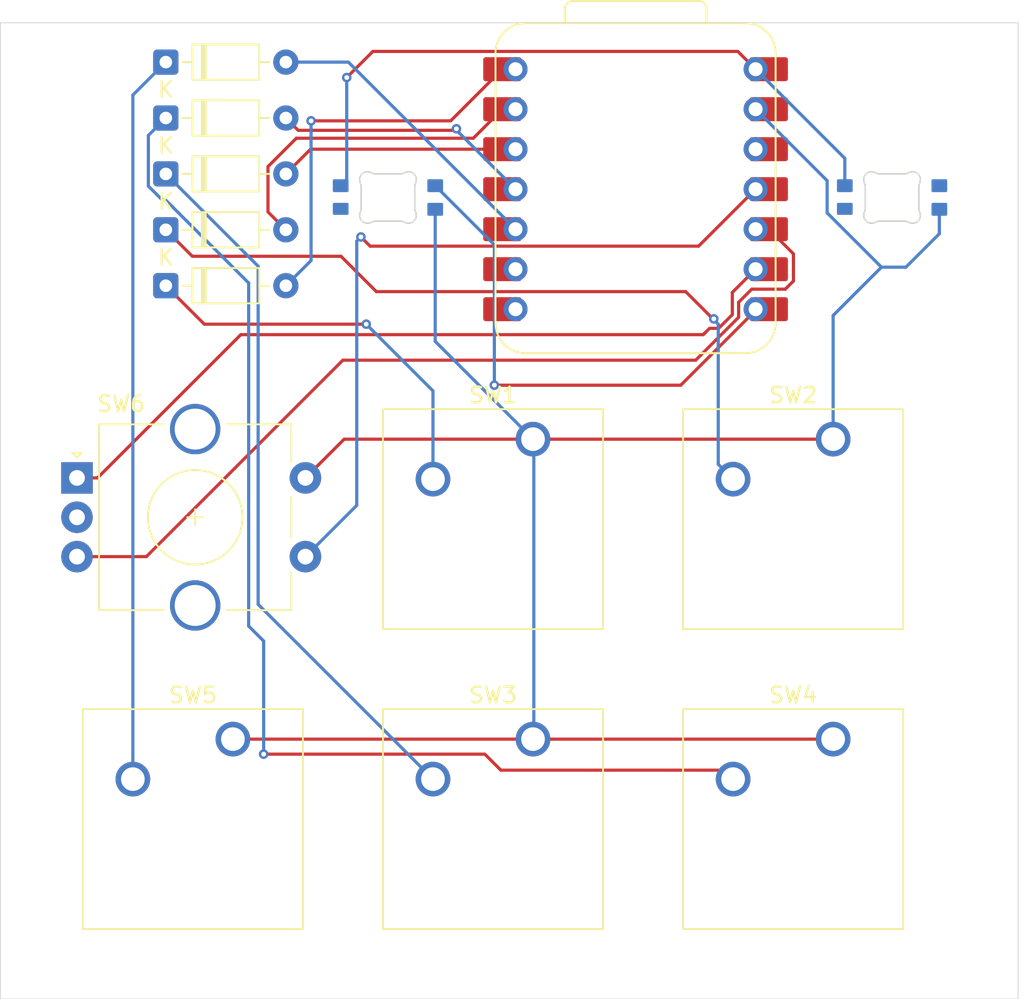
<source format=kicad_pcb>
(kicad_pcb (version 20241229) (generator "pcbnew") (generator_version "9.0")
  (layers (0 "F.Cu" signal) (2 "B.Cu" signal) (13 "F.Paste" user) (15 "B.Paste" user) (5 "F.SilkS" user "F.Silkscreen") (7 "B.SilkS" user "B.Silkscreen") (1 "F.Mask" user) (3 "B.Mask" user) (25 "Edge.Cuts" user))
  (net 0 "")
  (net 1 "unconnected-(U1-GPIO0{slash}TX-Pad7)")
  (net 2 "Net-(D3-K)")
  (net 3 "Net-(D3-A)")
  (net 4 "unconnected-(U1-3V3-Pad12)")
  (net 5 "Net-(D4-K)")
  (net 6 "unconnected-(U1-GPIO7{slash}SCL-Pad6)")
  (net 7 "Net-(D4-A)")
  (net 8 "GND")
  (net 9 "+5V")
  (net 10 "Net-(D1-DIN)")
  (net 11 "Net-(D5-K)")
  (net 12 "Net-(D5-A)")
  (net 13 "Net-(D6-K)")
  (net 14 "Net-(D6-A)")
  (net 15 "Net-(D7-A)")
  (net 16 "Net-(D7-K)")
  (net 17 "Net-(U1-GPIO4{slash}MISO)")
  (net 18 "Net-(U1-GPIO3{slash}MOSI)")
  (net 20 "Net-(U1-GPIO2{slash}SCK)")
  (net 21 "Net-(D1-DOUT)")
  (footprint "Diode_THT:D_DO-35_SOD27_P7.62mm_Horizontal" (layer "F.Cu") (at 72.1 63.8)
    (property "Reference" "D5" (hide yes))
    (property "Value" "1N4148")
    (fp_line (start 1.04 0) (end 1.69 0) (stroke (width 0.12)) (layer "F.SilkS"))
    (fp_line (start 2.29 -1.12) (end 2.29 1.12) (stroke (width 0.12)) (layer "F.SilkS"))
    (fp_line (start 2.41 -1.12) (end 2.41 1.12) (stroke (width 0.12)) (layer "F.SilkS"))
    (fp_line (start 2.53 -1.12) (end 2.53 1.12) (stroke (width 0.12)) (layer "F.SilkS"))
    (fp_line (start 6.58 0) (end 5.93 0) (stroke (width 0.12)) (layer "F.SilkS"))
    (fp_rect (start 1.69 -1.12) (end 5.93 1.12) (stroke (width 0.12)) (fill no) (layer "F.SilkS"))
    (fp_text user "K" (at 0 -1.8 0) (layer "F.SilkS"))
    (pad "1" thru_hole roundrect (at 0 0) (size 1.6 1.6) (drill 0.8) (layers "*.Cu" "*.Mask") (roundrect_rratio 0.15625) (net 11 "Net-(D5-K)"))
    (pad "2" thru_hole circle (at 7.62 0) (size 1.6 1.6) (drill 0.8) (layers "*.Cu" "*.Mask") (net 12 "Net-(D5-A)"))
  )
  (footprint "MountingHole:MountingHole_2.7mm_M2.5" (layer "F.Cu") (at 123.4 57.4)
    (property "Reference" "H2" (hide yes))
    (property "Value" "MountingHole_2.7mm_M2.5" (hide yes))
    (pad "" np_thru_hole circle (at 0 0) (size 2.7 2.7) (drill 2.7) (layers "*.Cu" "*.Mask"))
  )
  (footprint "Rotary_Encoder:RotaryEncoder_Alps_EC11E-Switch_Vertical_H20mm_CircularMountingHoles" (layer "F.Cu") (at 66.4625 83.1062)
    (property "Reference" "SW6" (at 2.8 -4.7 0) (layer "F.SilkS"))
    (property "Value" "EC11")
    (fp_line (start -0.3 -1.6) (end 0.3 -1.6) (stroke (width 0.12)) (layer "F.SilkS"))
    (fp_line (start 0 -1.3) (end -0.3 -1.6) (stroke (width 0.12)) (layer "F.SilkS"))
    (fp_line (start 0.3 -1.6) (end 0 -1.3) (stroke (width 0.12)) (layer "F.SilkS"))
    (fp_line (start 1.4 -3.4) (end 1.4 8.4) (stroke (width 0.12)) (layer "F.SilkS"))
    (fp_line (start 5.5 -3.4) (end 1.4 -3.4) (stroke (width 0.12)) (layer "F.SilkS"))
    (fp_line (start 5.5 8.4) (end 1.4 8.4) (stroke (width 0.12)) (layer "F.SilkS"))
    (fp_line (start 7 2.5) (end 8 2.5) (stroke (width 0.12)) (layer "F.SilkS"))
    (fp_line (start 7.5 2) (end 7.5 3) (stroke (width 0.12)) (layer "F.SilkS"))
    (fp_line (start 9.5 -3.4) (end 13.6 -3.4) (stroke (width 0.12)) (layer "F.SilkS"))
    (fp_line (start 13.6 -3.4) (end 13.6 -1) (stroke (width 0.12)) (layer "F.SilkS"))
    (fp_line (start 13.6 1.2) (end 13.6 3.8) (stroke (width 0.12)) (layer "F.SilkS"))
    (fp_line (start 13.6 6) (end 13.6 8.4) (stroke (width 0.12)) (layer "F.SilkS"))
    (fp_line (start 13.6 8.4) (end 9.5 8.4) (stroke (width 0.12)) (layer "F.SilkS"))
    (fp_circle (center 7.5 2.5) (end 10.5 2.5) (stroke (width 0.12)) (fill no) (layer "F.SilkS"))
    (pad "A" thru_hole rect (at 0 0) (size 2 2) (drill 1) (layers "*.Cu" "*.Mask") (net 20 "Net-(U1-GPIO2{slash}SCK)"))
    (pad "B" thru_hole circle (at 0 5) (size 2 2) (drill 1) (layers "*.Cu" "*.Mask") (net 17 "Net-(U1-GPIO4{slash}MISO)"))
    (pad "C" thru_hole circle (at 0 2.5) (size 2 2) (drill 1) (layers "*.Cu" "*.Mask"))
    (pad "MP" thru_hole circle (at 7.5 -3.1) (size 3.2 3.2) (drill 2.6) (layers "*.Cu" "*.Mask"))
    (pad "MP" thru_hole circle (at 7.5 8.1) (size 3.2 3.2) (drill 2.6) (layers "*.Cu" "*.Mask"))
    (pad "S1" thru_hole circle (at 14.5 5) (size 2 2) (drill 1) (layers "*.Cu" "*.Mask") (net 18 "Net-(U1-GPIO3{slash}MOSI)"))
    (pad "S2" thru_hole circle (at 14.5 0) (size 2 2) (drill 1) (layers "*.Cu" "*.Mask") (net 8 "GND"))
  )
  (footprint "Button_Switch_Keyboard:SW_Cherry_MX_1.00u_PCB" (layer "F.Cu") (at 114.4588 99.695)
    (property "Reference" "SW4" (at -2.54 -2.794 0) (layer "F.SilkS"))
    (property "Value" "SW_Push")
    (fp_line (start -9.525 -1.905) (end 4.445 -1.905) (stroke (width 0.12)) (layer "F.SilkS"))
    (fp_line (start -9.525 12.065) (end -9.525 -1.905) (stroke (width 0.12)) (layer "F.SilkS"))
    (fp_line (start 4.445 -1.905) (end 4.445 12.065) (stroke (width 0.12)) (layer "F.SilkS"))
    (fp_line (start 4.445 12.065) (end -9.525 12.065) (stroke (width 0.12)) (layer "F.SilkS"))
    (pad "" np_thru_hole circle (at -7.62 5.08) (size 1.7 1.7) (drill 1.7) (layers "*.Cu" "*.Mask"))
    (pad "" np_thru_hole circle (at -2.54 5.08) (size 4 4) (drill 4) (layers "*.Cu" "*.Mask"))
    (pad "" np_thru_hole circle (at 2.54 5.08) (size 1.7 1.7) (drill 1.7) (layers "*.Cu" "*.Mask"))
    (pad "1" thru_hole circle (at 0 0) (size 2.2 2.2) (drill 1.5) (layers "*.Cu" "*.Mask") (net 8 "GND"))
    (pad "2" thru_hole circle (at -6.35 2.54) (size 2.2 2.2) (drill 1.5) (layers "*.Cu" "*.Mask") (net 5 "Net-(D4-K)"))
  )
  (footprint "LED_SMD:SK6812MINI-E_fixed" (layer "F.Cu") (at 118.2 65.4)
    (property "Reference" "D2" (hide yes))
    (property "Value" "SK6812MINI-E" (hide yes))
    (fp_line (start -1.699998 0.6) (end -1.699998 -0.805684) (stroke (width 0.1)) (layer "Edge.Cuts"))
    (fp_line (start -0.794451 -1.602841) (end 0.794454 -1.602841) (stroke (width 0.1)) (layer "Edge.Cuts"))
    (fp_line (start 0.794453 1.397158) (end -0.794451 1.397158) (stroke (width 0.1)) (layer "Edge.Cuts"))
    (fp_line (start 1.7 -0.805684) (end 1.7 0.6) (stroke (width 0.1)) (layer "Edge.Cuts"))
    (fp_arc (start -1.749483 -1.022562) (mid -1.712526 -0.91691) (end -1.699998 -0.805684) (stroke (width 0.1)) (layer "Edge.Cuts"))
    (fp_arc (start -1.749483 -1.022562) (mid -1.63807 -1.606877) (end -1.04671 -1.671141) (stroke (width 0.1)) (layer "Edge.Cuts"))
    (fp_arc (start -1.699998 0.600001) (mid -1.712526 0.711226) (end -1.749483 0.816878) (stroke (width 0.1)) (layer "Edge.Cuts"))
    (fp_arc (start -1.04671 1.465455) (mid -1.638069 1.401192) (end -1.749483 0.816878) (stroke (width 0.1)) (layer "Edge.Cuts"))
    (fp_arc (start -1.046709 1.465457) (mid -0.925121 1.414535) (end -0.794451 1.397158) (stroke (width 0.1)) (layer "Edge.Cuts"))
    (fp_arc (start -0.794452 -1.602842) (mid -0.925122 -1.620219) (end -1.04671 -1.671141) (stroke (width 0.1)) (layer "Edge.Cuts"))
    (fp_arc (start 0.794453 1.397158) (mid 0.925124 1.414535) (end 1.046712 1.465457) (stroke (width 0.1)) (layer "Edge.Cuts"))
    (fp_arc (start 1.046712 -1.67114) (mid 0.925124 -1.620218) (end 0.794454 -1.602841) (stroke (width 0.1)) (layer "Edge.Cuts"))
    (fp_arc (start 1.046712 -1.67114) (mid 1.638072 -1.606876) (end 1.749485 -1.022562) (stroke (width 0.1)) (layer "Edge.Cuts"))
    (fp_arc (start 1.7 -0.805685) (mid 1.712528 -0.91691) (end 1.749485 -1.022562) (stroke (width 0.1)) (layer "Edge.Cuts"))
    (fp_arc (start 1.749485 0.816877) (mid 1.638073 1.401193) (end 1.046712 1.465457) (stroke (width 0.1)) (layer "Edge.Cuts"))
    (fp_arc (start 1.749485 0.816878) (mid 1.712528 0.711226) (end 1.7 0.6) (stroke (width 0.1)) (layer "Edge.Cuts"))
    (pad "1" smd roundrect (at -3 -0.852842 270) (size 0.82 1) (layers "B.Cu" "B.Mask" "B.Paste") (roundrect_rratio 0.1) (net 9 "+5V"))
    (pad "2" smd roundrect (at -3 0.618579 270) (size 0.762842 1) (layers "B.Cu" "B.Mask" "B.Paste") (roundrect_rratio 0.1))
    (pad "3" smd roundrect (at 3 0.647158 270) (size 0.82 1) (layers "B.Cu" "B.Mask" "B.Paste") (roundrect_rratio 0.1) (net 8 "GND"))
    (pad "4" smd roundrect (at 3 -0.852842 270) (size 0.82 1) (layers "B.Cu" "B.Mask" "B.Paste") (roundrect_rratio 0.1) (net 21 "Net-(D1-DOUT)"))
  )
  (footprint "Button_Switch_Keyboard:SW_Cherry_MX_1.00u_PCB" (layer "F.Cu") (at 76.3588 99.695)
    (property "Reference" "SW5" (at -2.54 -2.794 0) (layer "F.SilkS"))
    (property "Value" "SW_Push")
    (fp_line (start -9.525 -1.905) (end 4.445 -1.905) (stroke (width 0.12)) (layer "F.SilkS"))
    (fp_line (start -9.525 12.065) (end -9.525 -1.905) (stroke (width 0.12)) (layer "F.SilkS"))
    (fp_line (start 4.445 -1.905) (end 4.445 12.065) (stroke (width 0.12)) (layer "F.SilkS"))
    (fp_line (start 4.445 12.065) (end -9.525 12.065) (stroke (width 0.12)) (layer "F.SilkS"))
    (pad "" np_thru_hole circle (at -7.62 5.08) (size 1.7 1.7) (drill 1.7) (layers "*.Cu" "*.Mask"))
    (pad "" np_thru_hole circle (at -2.54 5.08) (size 4 4) (drill 4) (layers "*.Cu" "*.Mask"))
    (pad "" np_thru_hole circle (at 2.54 5.08) (size 1.7 1.7) (drill 1.7) (layers "*.Cu" "*.Mask"))
    (pad "1" thru_hole circle (at 0 0) (size 2.2 2.2) (drill 1.5) (layers "*.Cu" "*.Mask") (net 8 "GND"))
    (pad "2" thru_hole circle (at -6.35 2.54) (size 2.2 2.2) (drill 1.5) (layers "*.Cu" "*.Mask") (net 2 "Net-(D3-K)"))
  )
  (footprint "LED_SMD:SK6812MINI-E_fixed" (layer "F.Cu") (at 86.2 65.4)
    (property "Reference" "D1" (hide yes))
    (property "Value" "SK6812MINI-E" (hide yes))
    (fp_line (start -1.699998 0.6) (end -1.699998 -0.805684) (stroke (width 0.1)) (layer "Edge.Cuts"))
    (fp_line (start -0.794451 -1.602841) (end 0.794454 -1.602841) (stroke (width 0.1)) (layer "Edge.Cuts"))
    (fp_line (start 0.794453 1.397158) (end -0.794451 1.397158) (stroke (width 0.1)) (layer "Edge.Cuts"))
    (fp_line (start 1.7 -0.805684) (end 1.7 0.6) (stroke (width 0.1)) (layer "Edge.Cuts"))
    (fp_arc (start -1.749483 -1.022562) (mid -1.712526 -0.91691) (end -1.699998 -0.805684) (stroke (width 0.1)) (layer "Edge.Cuts"))
    (fp_arc (start -1.749483 -1.022562) (mid -1.63807 -1.606877) (end -1.04671 -1.671141) (stroke (width 0.1)) (layer "Edge.Cuts"))
    (fp_arc (start -1.699998 0.600001) (mid -1.712526 0.711226) (end -1.749483 0.816878) (stroke (width 0.1)) (layer "Edge.Cuts"))
    (fp_arc (start -1.04671 1.465455) (mid -1.638069 1.401192) (end -1.749483 0.816878) (stroke (width 0.1)) (layer "Edge.Cuts"))
    (fp_arc (start -1.046709 1.465457) (mid -0.925121 1.414535) (end -0.794451 1.397158) (stroke (width 0.1)) (layer "Edge.Cuts"))
    (fp_arc (start -0.794452 -1.602842) (mid -0.925122 -1.620219) (end -1.04671 -1.671141) (stroke (width 0.1)) (layer "Edge.Cuts"))
    (fp_arc (start 0.794453 1.397158) (mid 0.925124 1.414535) (end 1.046712 1.465457) (stroke (width 0.1)) (layer "Edge.Cuts"))
    (fp_arc (start 1.046712 -1.67114) (mid 0.925124 -1.620218) (end 0.794454 -1.602841) (stroke (width 0.1)) (layer "Edge.Cuts"))
    (fp_arc (start 1.046712 -1.67114) (mid 1.638072 -1.606876) (end 1.749485 -1.022562) (stroke (width 0.1)) (layer "Edge.Cuts"))
    (fp_arc (start 1.7 -0.805685) (mid 1.712528 -0.91691) (end 1.749485 -1.022562) (stroke (width 0.1)) (layer "Edge.Cuts"))
    (fp_arc (start 1.749485 0.816877) (mid 1.638073 1.401193) (end 1.046712 1.465457) (stroke (width 0.1)) (layer "Edge.Cuts"))
    (fp_arc (start 1.749485 0.816878) (mid 1.712528 0.711226) (end 1.7 0.6) (stroke (width 0.1)) (layer "Edge.Cuts"))
    (pad "1" smd roundrect (at -3 -0.852842 270) (size 0.82 1) (layers "B.Cu" "B.Mask" "B.Paste") (roundrect_rratio 0.1) (net 9 "+5V"))
    (pad "2" smd roundrect (at -3 0.618579 270) (size 0.762842 1) (layers "B.Cu" "B.Mask" "B.Paste") (roundrect_rratio 0.1))
    (pad "3" smd roundrect (at 3 0.647158 270) (size 0.82 1) (layers "B.Cu" "B.Mask" "B.Paste") (roundrect_rratio 0.1) (net 8 "GND"))
    (pad "4" smd roundrect (at 3 -0.852842 270) (size 0.82 1) (layers "B.Cu" "B.Mask" "B.Paste") (roundrect_rratio 0.1) (net 10 "Net-(D1-DIN)"))
  )
  (footprint "Test:XIAO-RP2040-DIP" (layer "F.Cu") (at 101.9175 64.77)
    (property "Reference" "U1" (hide yes))
    (property "Value" "XIAO-RP2040-DIP" (hide yes))
    (fp_line (start -8.89 8.509) (end -8.89 -8.636) (stroke (width 0.127)) (layer "F.SilkS"))
    (fp_line (start -6.985 10.414) (end 6.985 10.414) (stroke (width 0.127)) (layer "F.SilkS"))
    (fp_line (start -4.495 -10.541) (end -4.491272 -11.451272) (stroke (width 0.127)) (layer "F.SilkS"))
    (fp_line (start -3.991272 -11.951) (end 4.004 -11.951) (stroke (width 0.127)) (layer "F.SilkS"))
    (fp_line (start 4.504 -11.451) (end 4.504 -10.541) (stroke (width 0.127)) (layer "F.SilkS"))
    (fp_line (start 6.985 -10.541) (end -6.985 -10.541) (stroke (width 0.1)) (layer "F.SilkS"))
    (fp_line (start 6.985 -10.541) (end -6.985 -10.541) (stroke (width 0.127)) (layer "F.SilkS"))
    (fp_line (start 8.89 8.509) (end 8.89 -8.636) (stroke (width 0.127)) (layer "F.SilkS"))
    (fp_arc (start -8.89 -8.636) (mid -8.332038 -9.983038) (end -6.985 -10.541) (stroke (width 0.127)) (layer "F.SilkS"))
    (fp_arc (start -6.985 10.414) (mid -8.332038 9.856038) (end -8.89 8.509) (stroke (width 0.127)) (layer "F.SilkS"))
    (fp_arc (start -4.491272 -11.451272) (mid -4.344728 -11.80464) (end -3.991272 -11.951) (stroke (width 0.127)) (layer "F.SilkS"))
    (fp_arc (start 4.004 -11.951) (mid 4.357553 -11.804553) (end 4.504 -11.451) (stroke (width 0.127)) (layer "F.SilkS"))
    (fp_arc (start 6.985 -10.541) (mid 8.332038 -9.983038) (end 8.89 -8.636) (stroke (width 0.127)) (layer "F.SilkS"))
    (fp_arc (start 8.89 8.509) (mid 8.332038 9.856038) (end 6.985 10.414) (stroke (width 0.127)) (layer "F.SilkS"))
    (pad "1" smd roundrect (at -8.455 -7.62 180) (size 2.432 1.524) (layers "F.Cu" "F.Mask") (roundrect_rratio 0.1) (net 15 "Net-(D7-A)"))
    (pad "1" thru_hole circle (at -7.62 -7.62 180) (size 1.524 1.524) (drill 0.889) (layers "*.Cu" "*.Mask") (net 15 "Net-(D7-A)"))
    (pad "2" smd roundrect (at -8.455 -5.08 180) (size 2.432 1.524) (layers "F.Cu" "F.Mask") (roundrect_rratio 0.1) (net 14 "Net-(D6-A)"))
    (pad "2" thru_hole circle (at -7.62 -5.08 180) (size 1.524 1.524) (drill 0.889) (layers "*.Cu" "*.Mask") (net 14 "Net-(D6-A)"))
    (pad "3" smd roundrect (at -8.455 -2.54 180) (size 2.432 1.524) (layers "F.Cu" "F.Mask") (roundrect_rratio 0.1) (net 12 "Net-(D5-A)"))
    (pad "3" thru_hole circle (at -7.62 -2.54 180) (size 1.524 1.524) (drill 0.889) (layers "*.Cu" "*.Mask") (net 12 "Net-(D5-A)"))
    (pad "4" smd roundrect (at -8.455 0 180) (size 2.432 1.524) (layers "F.Cu" "F.Mask") (roundrect_rratio 0.1) (net 7 "Net-(D4-A)"))
    (pad "4" thru_hole circle (at -7.62 0 180) (size 1.524 1.524) (drill 0.889) (layers "*.Cu" "*.Mask") (net 7 "Net-(D4-A)"))
    (pad "5" smd roundrect (at -8.455 2.54 180) (size 2.432 1.524) (layers "F.Cu" "F.Mask") (roundrect_rratio 0.1) (net 3 "Net-(D3-A)"))
    (pad "5" thru_hole circle (at -7.62 2.54 180) (size 1.524 1.524) (drill 0.889) (layers "*.Cu" "*.Mask") (net 3 "Net-(D3-A)"))
    (pad "6" smd roundrect (at -8.455 5.08 180) (size 2.432 1.524) (layers "F.Cu" "F.Mask") (roundrect_rratio 0.1) (net 6 "unconnected-(U1-GPIO7{slash}SCL-Pad6)"))
    (pad "6" thru_hole circle (at -7.62 5.08 180) (size 1.524 1.524) (drill 0.889) (layers "*.Cu" "*.Mask") (net 6 "unconnected-(U1-GPIO7{slash}SCL-Pad6)"))
    (pad "7" smd roundrect (at -8.455 7.62 180) (size 2.432 1.524) (layers "F.Cu" "F.Mask") (roundrect_rratio 0.1) (net 1 "unconnected-(U1-GPIO0{slash}TX-Pad7)"))
    (pad "7" thru_hole circle (at -7.62 7.62 180) (size 1.524 1.524) (drill 0.889) (layers "*.Cu" "*.Mask") (net 1 "unconnected-(U1-GPIO0{slash}TX-Pad7)"))
    (pad "8" thru_hole circle (at 7.62 7.62) (size 1.524 1.524) (drill 0.889) (layers "*.Cu" "*.Mask") (net 10 "Net-(D1-DIN)"))
    (pad "8" smd roundrect (at 8.455 7.62) (size 2.432 1.524) (layers "F.Cu" "F.Mask") (roundrect_rratio 0.1) (net 10 "Net-(D1-DIN)"))
    (pad "9" thru_hole circle (at 7.62 5.08) (size 1.524 1.524) (drill 0.889) (layers "*.Cu" "*.Mask") (net 20 "Net-(U1-GPIO2{slash}SCK)"))
    (pad "9" smd roundrect (at 8.455 5.08) (size 2.432 1.524) (layers "F.Cu" "F.Mask") (roundrect_rratio 0.1) (net 20 "Net-(U1-GPIO2{slash}SCK)"))
    (pad "10" thru_hole circle (at 7.62 2.54) (size 1.524 1.524) (drill 0.889) (layers "*.Cu" "*.Mask") (net 17 "Net-(U1-GPIO4{slash}MISO)"))
    (pad "10" smd roundrect (at 8.455 2.54) (size 2.432 1.524) (layers "F.Cu" "F.Mask") (roundrect_rratio 0.1) (net 17 "Net-(U1-GPIO4{slash}MISO)"))
    (pad "11" thru_hole circle (at 7.62 0) (size 1.524 1.524) (drill 0.889) (layers "*.Cu" "*.Mask") (net 18 "Net-(U1-GPIO3{slash}MOSI)"))
    (pad "11" smd roundrect (at 8.455 0) (size 2.432 1.524) (layers "F.Cu" "F.Mask") (roundrect_rratio 0.1) (net 18 "Net-(U1-GPIO3{slash}MOSI)"))
    (pad "12" thru_hole circle (at 7.62 -2.54) (size 1.524 1.524) (drill 0.889) (layers "*.Cu" "*.Mask") (net 4 "unconnected-(U1-3V3-Pad12)"))
    (pad "12" smd roundrect (at 8.455 -2.54) (size 2.432 1.524) (layers "F.Cu" "F.Mask") (roundrect_rratio 0.1) (net 4 "unconnected-(U1-3V3-Pad12)"))
    (pad "13" thru_hole circle (at 7.62 -5.08) (size 1.524 1.524) (drill 0.889) (layers "*.Cu" "*.Mask") (net 8 "GND"))
    (pad "13" smd roundrect (at 8.455 -5.08) (size 2.432 1.524) (layers "F.Cu" "F.Mask") (roundrect_rratio 0.1) (net 8 "GND"))
    (pad "14" thru_hole circle (at 7.62 -7.62) (size 1.524 1.524) (drill 0.889) (layers "*.Cu" "*.Mask") (net 9 "+5V"))
    (pad "14" smd roundrect (at 8.455 -7.62) (size 2.432 1.524) (layers "F.Cu" "F.Mask") (roundrect_rratio 0.1) (net 9 "+5V"))
  )
  (footprint "Button_Switch_Keyboard:SW_Cherry_MX_1.00u_PCB" (layer "F.Cu") (at 95.4088 80.645)
    (property "Reference" "SW1" (at -2.54 -2.794 0) (layer "F.SilkS"))
    (property "Value" "SW_Push")
    (fp_line (start -9.525 -1.905) (end 4.445 -1.905) (stroke (width 0.12)) (layer "F.SilkS"))
    (fp_line (start -9.525 12.065) (end -9.525 -1.905) (stroke (width 0.12)) (layer "F.SilkS"))
    (fp_line (start 4.445 -1.905) (end 4.445 12.065) (stroke (width 0.12)) (layer "F.SilkS"))
    (fp_line (start 4.445 12.065) (end -9.525 12.065) (stroke (width 0.12)) (layer "F.SilkS"))
    (pad "" np_thru_hole circle (at -7.62 5.08) (size 1.7 1.7) (drill 1.7) (layers "*.Cu" "*.Mask"))
    (pad "" np_thru_hole circle (at -2.54 5.08) (size 4 4) (drill 4) (layers "*.Cu" "*.Mask"))
    (pad "" np_thru_hole circle (at 2.54 5.08) (size 1.7 1.7) (drill 1.7) (layers "*.Cu" "*.Mask"))
    (pad "1" thru_hole circle (at 0 0) (size 2.2 2.2) (drill 1.5) (layers "*.Cu" "*.Mask") (net 8 "GND"))
    (pad "2" thru_hole circle (at -6.35 2.54) (size 2.2 2.2) (drill 1.5) (layers "*.Cu" "*.Mask") (net 16 "Net-(D7-K)"))
  )
  (footprint "Diode_THT:D_DO-35_SOD27_P7.62mm_Horizontal" (layer "F.Cu") (at 72.1 67.35)
    (property "Reference" "D6" (hide yes))
    (property "Value" "1N4148")
    (fp_line (start 1.04 0) (end 1.69 0) (stroke (width 0.12)) (layer "F.SilkS"))
    (fp_line (start 2.29 -1.12) (end 2.29 1.12) (stroke (width 0.12)) (layer "F.SilkS"))
    (fp_line (start 2.41 -1.12) (end 2.41 1.12) (stroke (width 0.12)) (layer "F.SilkS"))
    (fp_line (start 2.53 -1.12) (end 2.53 1.12) (stroke (width 0.12)) (layer "F.SilkS"))
    (fp_line (start 6.58 0) (end 5.93 0) (stroke (width 0.12)) (layer "F.SilkS"))
    (fp_rect (start 1.69 -1.12) (end 5.93 1.12) (stroke (width 0.12)) (fill no) (layer "F.SilkS"))
    (fp_text user "K" (at 0 -1.8 0) (layer "F.SilkS"))
    (pad "1" thru_hole roundrect (at 0 0) (size 1.6 1.6) (drill 0.8) (layers "*.Cu" "*.Mask") (roundrect_rratio 0.15625) (net 13 "Net-(D6-K)"))
    (pad "2" thru_hole circle (at 7.62 0) (size 1.6 1.6) (drill 0.8) (layers "*.Cu" "*.Mask") (net 14 "Net-(D6-A)"))
  )
  (footprint "Diode_THT:D_DO-35_SOD27_P7.62mm_Horizontal" (layer "F.Cu") (at 72.1 60.25)
    (property "Reference" "D4" (hide yes))
    (property "Value" "1N4148")
    (fp_line (start 1.04 0) (end 1.69 0) (stroke (width 0.12)) (layer "F.SilkS"))
    (fp_line (start 2.29 -1.12) (end 2.29 1.12) (stroke (width 0.12)) (layer "F.SilkS"))
    (fp_line (start 2.41 -1.12) (end 2.41 1.12) (stroke (width 0.12)) (layer "F.SilkS"))
    (fp_line (start 2.53 -1.12) (end 2.53 1.12) (stroke (width 0.12)) (layer "F.SilkS"))
    (fp_line (start 6.58 0) (end 5.93 0) (stroke (width 0.12)) (layer "F.SilkS"))
    (fp_rect (start 1.69 -1.12) (end 5.93 1.12) (stroke (width 0.12)) (fill no) (layer "F.SilkS"))
    (fp_text user "K" (at 0 -1.8 0) (layer "F.SilkS"))
    (pad "1" thru_hole roundrect (at 0 0) (size 1.6 1.6) (drill 0.8) (layers "*.Cu" "*.Mask") (roundrect_rratio 0.15625) (net 5 "Net-(D4-K)"))
    (pad "2" thru_hole circle (at 7.62 0) (size 1.6 1.6) (drill 0.8) (layers "*.Cu" "*.Mask") (net 7 "Net-(D4-A)"))
  )
  (footprint "Button_Switch_Keyboard:SW_Cherry_MX_1.00u_PCB" (layer "F.Cu") (at 95.4088 99.695)
    (property "Reference" "SW3" (at -2.54 -2.794 0) (layer "F.SilkS"))
    (property "Value" "SW_Push")
    (fp_line (start -9.525 -1.905) (end 4.445 -1.905) (stroke (width 0.12)) (layer "F.SilkS"))
    (fp_line (start -9.525 12.065) (end -9.525 -1.905) (stroke (width 0.12)) (layer "F.SilkS"))
    (fp_line (start 4.445 -1.905) (end 4.445 12.065) (stroke (width 0.12)) (layer "F.SilkS"))
    (fp_line (start 4.445 12.065) (end -9.525 12.065) (stroke (width 0.12)) (layer "F.SilkS"))
    (pad "" np_thru_hole circle (at -7.62 5.08) (size 1.7 1.7) (drill 1.7) (layers "*.Cu" "*.Mask"))
    (pad "" np_thru_hole circle (at -2.54 5.08) (size 4 4) (drill 4) (layers "*.Cu" "*.Mask"))
    (pad "" np_thru_hole circle (at 2.54 5.08) (size 1.7 1.7) (drill 1.7) (layers "*.Cu" "*.Mask"))
    (pad "1" thru_hole circle (at 0 0) (size 2.2 2.2) (drill 1.5) (layers "*.Cu" "*.Mask") (net 8 "GND"))
    (pad "2" thru_hole circle (at -6.35 2.54) (size 2.2 2.2) (drill 1.5) (layers "*.Cu" "*.Mask") (net 11 "Net-(D5-K)"))
  )
  (footprint "Diode_THT:D_DO-35_SOD27_P7.62mm_Horizontal" (layer "F.Cu") (at 72.1 70.9)
    (property "Reference" "D7" (hide yes))
    (property "Value" "1N4148")
    (fp_line (start 1.04 0) (end 1.69 0) (stroke (width 0.12)) (layer "F.SilkS"))
    (fp_line (start 2.29 -1.12) (end 2.29 1.12) (stroke (width 0.12)) (layer "F.SilkS"))
    (fp_line (start 2.41 -1.12) (end 2.41 1.12) (stroke (width 0.12)) (layer "F.SilkS"))
    (fp_line (start 2.53 -1.12) (end 2.53 1.12) (stroke (width 0.12)) (layer "F.SilkS"))
    (fp_line (start 6.58 0) (end 5.93 0) (stroke (width 0.12)) (layer "F.SilkS"))
    (fp_rect (start 1.69 -1.12) (end 5.93 1.12) (stroke (width 0.12)) (fill no) (layer "F.SilkS"))
    (fp_text user "K" (at 0 -1.8 0) (layer "F.SilkS"))
    (pad "1" thru_hole roundrect (at 0 0) (size 1.6 1.6) (drill 0.8) (layers "*.Cu" "*.Mask") (roundrect_rratio 0.15625) (net 16 "Net-(D7-K)"))
    (pad "2" thru_hole circle (at 7.62 0) (size 1.6 1.6) (drill 0.8) (layers "*.Cu" "*.Mask") (net 15 "Net-(D7-A)"))
  )
  (footprint "Button_Switch_Keyboard:SW_Cherry_MX_1.00u_PCB" (layer "F.Cu") (at 114.4588 80.645)
    (property "Reference" "SW2" (at -2.54 -2.794 0) (layer "F.SilkS"))
    (property "Value" "SW_Push")
    (fp_line (start -9.525 -1.905) (end 4.445 -1.905) (stroke (width 0.12)) (layer "F.SilkS"))
    (fp_line (start -9.525 12.065) (end -9.525 -1.905) (stroke (width 0.12)) (layer "F.SilkS"))
    (fp_line (start 4.445 -1.905) (end 4.445 12.065) (stroke (width 0.12)) (layer "F.SilkS"))
    (fp_line (start 4.445 12.065) (end -9.525 12.065) (stroke (width 0.12)) (layer "F.SilkS"))
    (pad "" np_thru_hole circle (at -7.62 5.08) (size 1.7 1.7) (drill 1.7) (layers "*.Cu" "*.Mask"))
    (pad "" np_thru_hole circle (at -2.54 5.08) (size 4 4) (drill 4) (layers "*.Cu" "*.Mask"))
    (pad "" np_thru_hole circle (at 2.54 5.08) (size 1.7 1.7) (drill 1.7) (layers "*.Cu" "*.Mask"))
    (pad "1" thru_hole circle (at 0 0) (size 2.2 2.2) (drill 1.5) (layers "*.Cu" "*.Mask") (net 8 "GND"))
    (pad "2" thru_hole circle (at -6.35 2.54) (size 2.2 2.2) (drill 1.5) (layers "*.Cu" "*.Mask") (net 13 "Net-(D6-K)"))
  )
  (footprint "MountingHole:MountingHole_2.7mm_M2.5" (layer "F.Cu") (at 64.4 57.6)
    (property "Reference" "H1" (hide yes))
    (property "Value" "MountingHole_2.7mm_M2.5" (hide yes))
    (pad "" np_thru_hole circle (at 0 0) (size 2.7 2.7) (drill 2.7) (layers "*.Cu" "*.Mask"))
  )
  (footprint "MountingHole:MountingHole_2.7mm_M2.5" (layer "F.Cu") (at 123.8 113)
    (property "Reference" "H3" (hide yes))
    (property "Value" "MountingHole_2.7mm_M2.5" (hide yes))
    (pad "" np_thru_hole circle (at 0 0) (size 2.7 2.7) (drill 2.7) (layers "*.Cu" "*.Mask"))
  )
  (footprint "Diode_THT:D_DO-35_SOD27_P7.62mm_Horizontal" (layer "F.Cu") (at 72.1 56.7)
    (property "Reference" "D3" (hide yes))
    (property "Value" "1N4148")
    (fp_line (start 1.04 0) (end 1.69 0) (stroke (width 0.12)) (layer "F.SilkS"))
    (fp_line (start 2.29 -1.12) (end 2.29 1.12) (stroke (width 0.12)) (layer "F.SilkS"))
    (fp_line (start 2.41 -1.12) (end 2.41 1.12) (stroke (width 0.12)) (layer "F.SilkS"))
    (fp_line (start 2.53 -1.12) (end 2.53 1.12) (stroke (width 0.12)) (layer "F.SilkS"))
    (fp_line (start 6.58 0) (end 5.93 0) (stroke (width 0.12)) (layer "F.SilkS"))
    (fp_rect (start 1.69 -1.12) (end 5.93 1.12) (stroke (width 0.12)) (fill no) (layer "F.SilkS"))
    (pad "1" thru_hole roundrect (at 0 0) (size 1.6 1.6) (drill 0.8) (layers "*.Cu" "*.Mask") (roundrect_rratio 0.15625) (net 2 "Net-(D3-K)"))
    (pad "2" thru_hole circle (at 7.62 0) (size 1.6 1.6) (drill 0.8) (layers "*.Cu" "*.Mask") (net 3 "Net-(D3-A)"))
  )
  (gr_rect (start 61.6 54.2) (end 126.2 116.2) (stroke (width 0.05)) (fill no) (layer "Edge.Cuts"))
  (segment (start 94.2975 72.39) (end 93.4625 72.39) (width 0.2) (layer "F.Cu") (net 1))
  (segment (start 70.0088 102.235) (end 70.0088 58.7912) (width 0.2) (layer "B.Cu") (net 2))
  (segment (start 70.0088 58.7912) (end 72.1 56.7) (width 0.2) (layer "B.Cu") (net 2))
  (segment (start 94.2975 67.31) (end 93.4625 67.31) (width 0.2) (layer "F.Cu") (net 3))
  (segment (start 83.6875 56.7) (end 79.72 56.7) (width 0.2) (layer "B.Cu") (net 3))
  (segment (start 94.2975 67.31) (end 83.6875 56.7) (width 0.2) (layer "B.Cu") (net 3))
  (segment (start 110.3725 62.23) (end 109.5375 62.23) (width 0.2) (layer "F.Cu") (net 4))
  (segment (start 78.3103 100.6492) (end 92.3495 100.6492) (width 0.2) (layer "F.Cu") (net 5))
  (segment (start 92.3495 100.6492) (end 93.3653 101.665) (width 0.2) (layer "F.Cu") (net 5))
  (segment (start 93.3653 101.665) (end 107.5388 101.665) (width 0.2) (layer "F.Cu") (net 5))
  (segment (start 107.5388 101.665) (end 108.1088 102.235) (width 0.2) (layer "F.Cu") (net 5))
  (via (at 78.3103 100.6492) (size 0.6) (drill 0.3) (layers "F.Cu" "B.Cu") (net 5))
  (segment (start 70.9929 61.3571) (end 70.9929 64.5744) (width 0.2) (layer "B.Cu") (net 5))
  (segment (start 72.0649 65.4334) (end 77.3586 70.7271) (width 0.2) (layer "B.Cu") (net 5))
  (segment (start 77.3586 70.7271) (end 77.3586 92.5149) (width 0.2) (layer "B.Cu") (net 5))
  (segment (start 71.8519 65.4334) (end 72.0649 65.4334) (width 0.2) (layer "B.Cu") (net 5))
  (segment (start 78.3103 93.4666) (end 78.3103 100.6492) (width 0.2) (layer "B.Cu") (net 5))
  (segment (start 72.1 60.25) (end 70.9929 61.3571) (width 0.2) (layer "B.Cu") (net 5))
  (segment (start 70.9929 64.5744) (end 71.8519 65.4334) (width 0.2) (layer "B.Cu") (net 5))
  (segment (start 77.3586 92.5149) (end 78.3103 93.4666) (width 0.2) (layer "B.Cu") (net 5))
  (segment (start 93.4625 69.85) (end 94.2975 69.85) (width 0.2) (layer "F.Cu") (net 6))
  (segment (start 80.5018 61.0318) (end 79.72 60.25) (width 0.2) (layer "F.Cu") (net 7))
  (segment (start 90.5463 60.9325) (end 90.447 61.0318) (width 0.2) (layer "F.Cu") (net 7))
  (segment (start 94.2975 64.77) (end 93.4625 64.77) (width 0.2) (layer "F.Cu") (net 7))
  (segment (start 90.447 61.0318) (end 80.5018 61.0318) (width 0.2) (layer "F.Cu") (net 7))
  (via (at 90.5463 60.9325) (size 0.6) (drill 0.3) (layers "F.Cu" "B.Cu") (net 7))
  (segment (start 94.2975 64.77) (end 90.5463 61.0188) (width 0.2) (layer "B.Cu") (net 7))
  (segment (start 90.5463 61.0188) (end 90.5463 60.9325) (width 0.2) (layer "B.Cu") (net 7))
  (segment (start 114.4588 99.695) (end 95.4088 99.695) (width 0.2) (layer "F.Cu") (net 8))
  (segment (start 109.5375 59.69) (end 110.3725 59.69) (width 0.2) (layer "F.Cu") (net 8))
  (segment (start 76.3588 99.695) (end 95.4088 99.695) (width 0.2) (layer "F.Cu") (net 8))
  (segment (start 83.4237 80.645) (end 95.4088 80.645) (width 0.2) (layer "F.Cu") (net 8))
  (segment (start 80.9625 83.1062) (end 83.4237 80.645) (width 0.2) (layer "F.Cu") (net 8))
  (segment (start 114.4588 80.645) (end 95.4088 80.645) (width 0.2) (layer "F.Cu") (net 8))
  (segment (start 121.2 67.6) (end 119.078 69.722) (width 0.2) (layer "B.Cu") (net 8))
  (segment (start 117.5252 69.722) (end 114.0769 66.2737) (width 0.2) (layer "B.Cu") (net 8))
  (segment (start 89.2 74.4362) (end 95.4088 80.645) (width 0.2) (layer "B.Cu") (net 8))
  (segment (start 119.078 69.722) (end 117.5252 69.722) (width 0.2) (layer "B.Cu") (net 8))
  (segment (start 114.0769 64.2294) (end 109.5375 59.69) (width 0.2) (layer "B.Cu") (net 8))
  (segment (start 121.2 66.047158) (end 121.2 67.6) (width 0.2) (layer "B.Cu") (net 8))
  (segment (start 95.4088 80.645) (end 95.4596 80.6958) (width 0.2) (layer "B.Cu") (net 8))
  (segment (start 95.4596 99.6442) (end 95.4088 99.695) (width 0.2) (layer "B.Cu") (net 8))
  (segment (start 114.4588 72.7884) (end 114.4588 80.645) (width 0.2) (layer "B.Cu") (net 8))
  (segment (start 114.0769 66.2737) (end 114.0769 64.2294) (width 0.2) (layer "B.Cu") (net 8))
  (segment (start 95.4596 80.6958) (end 95.4596 99.6442) (width 0.2) (layer "B.Cu") (net 8))
  (segment (start 117.5252 69.722) (end 114.4588 72.7884) (width 0.2) (layer "B.Cu") (net 8))
  (segment (start 89.2 66.0472) (end 89.2 74.4362) (width 0.2) (layer "B.Cu") (net 8))
  (segment (start 85.2413 56.0217) (end 108.4092 56.0217) (width 0.2) (layer "F.Cu") (net 9))
  (segment (start 110.3725 57.15) (end 109.5375 57.15) (width 0.2) (layer "F.Cu") (net 9))
  (segment (start 108.4092 56.0217) (end 109.5375 57.15) (width 0.2) (layer "F.Cu") (net 9))
  (segment (start 83.5835 57.6795) (end 85.2413 56.0217) (width 0.2) (layer "F.Cu") (net 9))
  (via (at 83.5835 57.6795) (size 0.6) (drill 0.3) (layers "F.Cu" "B.Cu") (net 9))
  (segment (start 83.5835 64.1637) (end 83.5835 57.6795) (width 0.2) (layer "B.Cu") (net 9))
  (segment (start 83.2 64.5472) (end 83.5835 64.1637) (width 0.2) (layer "B.Cu") (net 9))
  (segment (start 109.5375 57.15) (end 115.2 62.8125) (width 0.2) (layer "B.Cu") (net 9))
  (segment (start 115.2 62.8125) (end 115.2 64.5472) (width 0.2) (layer "B.Cu") (net 9))
  (segment (start 109.5375 72.39) (end 109.5375 72.4674) (width 0.2) (layer "F.Cu") (net 10))
  (segment (start 109.5375 72.4674) (end 104.7873 77.2176) (width 0.2) (layer "F.Cu") (net 10))
  (segment (start 104.7873 77.2176) (end 92.9547 77.2176) (width 0.2) (layer "F.Cu") (net 10))
  (segment (start 109.5375 72.39) (end 110.3725 72.39) (width 0.2) (layer "F.Cu") (net 10))
  (via (at 92.9547 77.2176) (size 0.6) (drill 0.3) (layers "F.Cu" "B.Cu") (net 10))
  (segment (start 92.9547 68.3019) (end 89.2 64.5472) (width 0.2) (layer "B.Cu") (net 10))
  (segment (start 92.9547 77.2176) (end 92.9547 68.3019) (width 0.2) (layer "B.Cu") (net 10))
  (segment (start 89.0588 102.235) (end 77.9605 91.1367) (width 0.2) (layer "B.Cu") (net 11))
  (segment (start 77.9605 69.6605) (end 72.1 63.8) (width 0.2) (layer "B.Cu") (net 11))
  (segment (start 77.9605 91.1367) (end 77.9605 69.6605) (width 0.2) (layer "B.Cu") (net 11))
  (segment (start 79.72 63.8) (end 81.29 62.23) (width 0.2) (layer "F.Cu") (net 12))
  (segment (start 81.29 62.23) (end 93.4625 62.23) (width 0.2) (layer "F.Cu") (net 12))
  (segment (start 94.2975 62.23) (end 93.4625 62.23) (width 0.2) (layer "F.Cu") (net 12))
  (segment (start 106.8847 73.0614) (end 106.8847 73.0045) (width 0.2) (layer "F.Cu") (net 13))
  (segment (start 105.0988 71.2755) (end 107.0263 73.2029) (width 0.2) (layer "F.Cu") (net 13))
  (segment (start 107.0263 73.2029) (end 106.8847 73.0614) (width 0.2) (layer "F.Cu") (net 13))
  (segment (start 83.2175 69.0291) (end 85.4639 71.2755) (width 0.2) (layer "F.Cu") (net 13))
  (segment (start 73.7791 69.0291) (end 83.2175 69.0291) (width 0.2) (layer "F.Cu") (net 13))
  (segment (start 85.4639 71.2755) (end 105.0988 71.2755) (width 0.2) (layer "F.Cu") (net 13))
  (segment (start 72.1 67.35) (end 73.7791 69.0291) (width 0.2) (layer "F.Cu") (net 13))
  (via (at 106.8847 73.0045) (size 0.6) (drill 0.3) (layers "F.Cu" "B.Cu") (net 13))
  (segment (start 107.1659 73.3426) (end 106.8847 73.0614) (width 0.2) (layer "B.Cu") (net 13))
  (segment (start 106.8847 73.0614) (end 106.8847 73.0045) (width 0.2) (layer "B.Cu") (net 13))
  (segment (start 107.1659 73.3426) (end 107.1659 82.2421) (width 0.2) (layer "B.Cu") (net 13))
  (segment (start 107.1659 82.2421) (end 108.1088 83.185) (width 0.2) (layer "B.Cu") (net 13))
  (segment (start 78.5849 63.3339) (end 80.3846 61.5342) (width 0.2) (layer "F.Cu") (net 14))
  (segment (start 80.3846 61.5342) (end 91.6183 61.5342) (width 0.2) (layer "F.Cu") (net 14))
  (segment (start 79.72 67.35) (end 78.5849 66.2149) (width 0.2) (layer "F.Cu") (net 14))
  (segment (start 94.2975 59.69) (end 93.4625 59.69) (width 0.2) (layer "F.Cu") (net 14))
  (segment (start 78.5849 66.2149) (end 78.5849 63.3339) (width 0.2) (layer "F.Cu") (net 14))
  (segment (start 91.6183 61.5342) (end 93.4625 59.69) (width 0.2) (layer "F.Cu") (net 14))
  (segment (start 93.4625 57.15) (end 90.1825 60.43) (width 0.2) (layer "F.Cu") (net 15))
  (segment (start 90.1825 60.43) (end 81.3198 60.43) (width 0.2) (layer "F.Cu") (net 15))
  (segment (start 94.2975 57.15) (end 93.4625 57.15) (width 0.2) (layer "F.Cu") (net 15))
  (via (at 81.3198 60.43) (size 0.6) (drill 0.3) (layers "F.Cu" "B.Cu") (net 15))
  (segment (start 81.3198 69.3002) (end 79.72 70.9) (width 0.2) (layer "B.Cu") (net 15))
  (segment (start 81.3198 60.43) (end 81.3198 69.3002) (width 0.2) (layer "B.Cu") (net 15))
  (segment (start 84.8214 73.3426) (end 74.5426 73.3426) (width 0.2) (layer "F.Cu") (net 16))
  (segment (start 74.5426 73.3426) (end 72.1 70.9) (width 0.2) (layer "F.Cu") (net 16))
  (via (at 84.8214 73.3426) (size 0.6) (drill 0.3) (layers "F.Cu" "B.Cu") (net 16))
  (segment (start 89.0588 83.185) (end 89.0588 77.58) (width 0.2) (layer "B.Cu") (net 16))
  (segment (start 89.0588 77.58) (end 84.8214 73.3426) (width 0.2) (layer "B.Cu") (net 16))
  (segment (start 111.9377 70.602) (end 111.4194 71.1203) (width 0.2) (layer "F.Cu") (net 17))
  (segment (start 105.7352 75.63) (end 83.3387 75.63) (width 0.2) (layer "F.Cu") (net 17))
  (segment (start 108.4604 71.9512) (end 108.4604 72.9048) (width 0.2) (layer "F.Cu") (net 17))
  (segment (start 110.3725 67.31) (end 111.9377 68.8752) (width 0.2) (layer "F.Cu") (net 17))
  (segment (start 108.4604 72.9048) (end 105.7352 75.63) (width 0.2) (layer "F.Cu") (net 17))
  (segment (start 83.3387 75.63) (end 70.8625 88.1062) (width 0.2) (layer "F.Cu") (net 17))
  (segment (start 111.4194 71.1203) (end 109.2913 71.1203) (width 0.2) (layer "F.Cu") (net 17))
  (segment (start 109.5375 67.31) (end 110.3725 67.31) (width 0.2) (layer "F.Cu") (net 17))
  (segment (start 70.8625 88.1062) (end 66.4625 88.1062) (width 0.2) (layer "F.Cu") (net 17))
  (segment (start 111.9377 68.8752) (end 111.9377 70.602) (width 0.2) (layer "F.Cu") (net 17))
  (segment (start 109.2913 71.1203) (end 108.4604 71.9512) (width 0.2) (layer "F.Cu") (net 17))
  (segment (start 105.9203 68.3872) (end 85.0688 68.3872) (width 0.2) (layer "F.Cu") (net 18))
  (segment (start 109.5375 64.77) (end 105.9203 68.3872) (width 0.2) (layer "F.Cu") (net 18))
  (segment (start 110.3725 64.77) (end 109.5375 64.77) (width 0.2) (layer "F.Cu") (net 18))
  (segment (start 85.0688 68.3872) (end 84.4853 67.8037) (width 0.2) (layer "F.Cu") (net 18))
  (via (at 84.4853 67.8037) (size 0.6) (drill 0.3) (layers "F.Cu" "B.Cu") (net 18))
  (segment (start 84.2197 68.0693) (end 84.2197 84.849) (width 0.2) (layer "B.Cu") (net 18))
  (segment (start 84.2197 84.849) (end 80.9625 88.1062) (width 0.2) (layer "B.Cu") (net 18))
  (segment (start 84.4853 67.8037) (end 84.2197 68.0693) (width 0.2) (layer "B.Cu") (net 18))
  (segment (start 76.8624 74.008) (end 67.7642 83.1062) (width 0.2) (layer "F.Cu") (net 20))
  (segment (start 106.3805 73.8417) (end 106.2142 74.008) (width 0.2) (layer "F.Cu") (net 20))
  (segment (start 108.0587 71.3288) (end 108.0587 72.7385) (width 0.2) (layer "F.Cu") (net 20))
  (segment (start 66.4625 83.1062) (end 67.7642 83.1062) (width 0.2) (layer "F.Cu") (net 20))
  (segment (start 106.2142 74.008) (end 76.8624 74.008) (width 0.2) (layer "F.Cu") (net 20))
  (segment (start 106.3805 73.8417) (end 106.2142 74.008) (width 0.2) (layer "F.Cu") (net 20))
  (segment (start 109.5375 69.85) (end 110.3725 69.85) (width 0.2) (layer "F.Cu") (net 20))
  (segment (start 109.5375 69.85) (end 108.0587 71.3288) (width 0.2) (layer "F.Cu") (net 20))
  (segment (start 108.0587 72.7385) (end 107.1909 73.6063) (width 0.2) (layer "F.Cu") (net 20))
  (segment (start 106.6159 73.6063) (end 106.3805 73.8417) (width 0.2) (layer "F.Cu") (net 20))
  (segment (start 107.1909 73.6063) (end 106.6159 73.6063) (width 0.2) (layer "F.Cu") (net 20))
)
</source>
